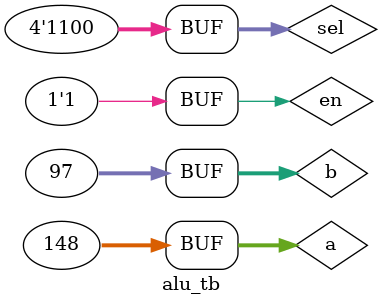
<source format=v>
module alu(out,ack,en,a,b,sel);
input [31:0]a,b;
input [3:0]sel;
input en;
output [63:0]out;
output ack;
reg [63:0]out;
reg ack;
always@(en,sel,a,b)
begin
if (en == 0)
out <= 0;
else
case(sel)
4'b0000 : out <= a + b;
4'b0001 : out <= a - b;
4'b0010 : out <= a * b;
4'b0011 : out <= a / b;
4'b0100 : out <= a % b;
4'b0101 : out <= a & b;
4'b0110 : out <= a | b;
4'b0111 : out <= ~a;
4'b1000 : out <= ~b;
4'b1001 : out <= ~(a & b);
4'b1010 : out <= ~(a | b);
4'b1011 : out <= a ^ b;
4'b1100 : out <= ~(a ^ b);
default : out <= 4'bz;
endcase
ack <= 1;
end
endmodule

module alu_tb;
reg [31:0]a,b;
reg [3:0]sel;
reg en;
wire [63:0]out;
wire ack;

alu n1(out,ack,en,a,b,sel);

initial begin
en <= 1'b0;
#10 en <= 1'b1;

a <= 32'h94;
b <= 32'h61;
sel <= 4'b0000;
#10 sel <= 4'b0001;
#10 sel <= 4'b0010;
#10 sel <= 4'b0011;
#10 sel <= 4'b0100;
#10 sel <= 4'b0101;
#10 sel <= 4'b0110;
#10 sel <= 4'b0111;
#10 sel <= 4'b1000;
#10 sel <= 4'b1001;
#10 sel <= 4'b1010;
#10 sel <= 4'b1011;
#10 sel <= 4'b1100;
end
endmodule

</source>
